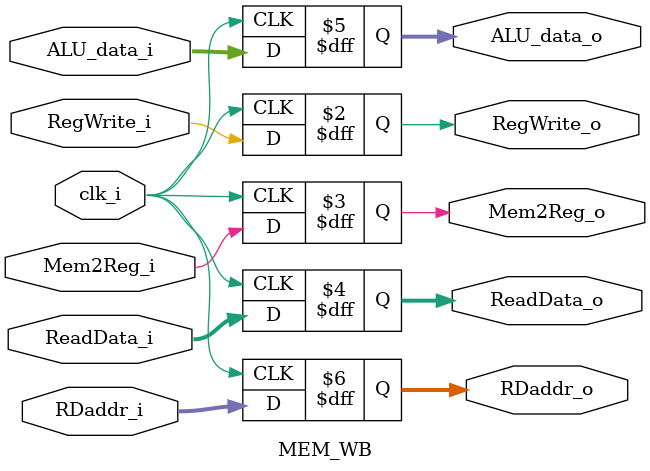
<source format=v>
module MEM_WB(
    clk_i      ,
    RegWrite_i ,
    Mem2Reg_i  ,
    RegWrite_o ,
    Mem2Reg_o  ,

    ReadData_i ,
    ALU_data_i ,
	RDaddr_i   ,
    ReadData_o ,
    ALU_data_o ,
	RDaddr_o
);

input clk_i;
input RegWrite_i, Mem2Reg_i;
output reg RegWrite_o, Mem2Reg_o;

input [31:0] ReadData_i, ALU_data_i;
output reg [31:0] ReadData_o, ALU_data_o;
input       [4:0]     RDaddr_i;
output reg  [4:0]     RDaddr_o;

always @(posedge clk_i) begin
    RegWrite_o <= RegWrite_i; 
    Mem2Reg_o <= Mem2Reg_i;
    ReadData_o <= ReadData_i;
    ALU_data_o <= ALU_data_i;
	RDaddr_o <= RDaddr_i;
end
endmodule

</source>
